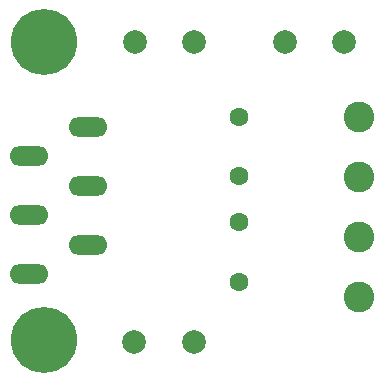
<source format=gts>
G04 #@! TF.GenerationSoftware,KiCad,Pcbnew,(6.0.5)*
G04 #@! TF.CreationDate,2022-06-23T10:44:57+02:00*
G04 #@! TF.ProjectId,splitter,73706c69-7474-4657-922e-6b696361645f,rev?*
G04 #@! TF.SameCoordinates,Original*
G04 #@! TF.FileFunction,Soldermask,Top*
G04 #@! TF.FilePolarity,Negative*
%FSLAX46Y46*%
G04 Gerber Fmt 4.6, Leading zero omitted, Abs format (unit mm)*
G04 Created by KiCad (PCBNEW (6.0.5)) date 2022-06-23 10:44:57*
%MOMM*%
%LPD*%
G01*
G04 APERTURE LIST*
%ADD10C,1.600000*%
%ADD11C,3.600000*%
%ADD12C,5.600000*%
%ADD13C,2.600000*%
%ADD14C,2.000000*%
%ADD15O,3.300000X1.650000*%
G04 APERTURE END LIST*
D10*
X128270000Y-95210000D03*
X128270000Y-90210000D03*
D11*
X111760000Y-109072710D03*
D12*
X111760000Y-109072710D03*
X111760000Y-83820000D03*
D11*
X111760000Y-83820000D03*
D13*
X138430000Y-105410000D03*
X138430000Y-100410000D03*
D14*
X119420000Y-109220000D03*
X124420000Y-109220000D03*
D15*
X110460000Y-103513500D03*
X115460000Y-101013500D03*
X110460000Y-98513500D03*
X115460000Y-96013500D03*
X110460000Y-93513500D03*
X115460000Y-91013500D03*
D14*
X124460000Y-83820000D03*
X119460000Y-83820000D03*
X137160000Y-83820000D03*
X132160000Y-83820000D03*
D10*
X128270000Y-104140000D03*
X128270000Y-99140000D03*
D13*
X138430000Y-95250000D03*
X138430000Y-90250000D03*
M02*

</source>
